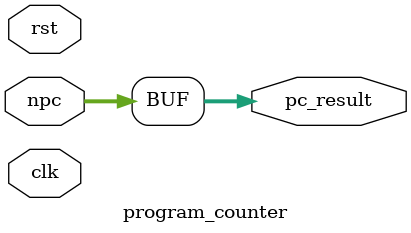
<source format=v>
module program_counter (clk,
												rst,
												npc,
												pc_result);
input clk;
input rst;
input [31:0] npc;
output [31:0] pc_result;
reg [31:0] pc_result;

initial begin
	pc_result = 0;
end

always @ (npc)
	begin
	#1
	pc_result = npc;
	$display("%h", pc_result);
	end

endmodule

</source>
